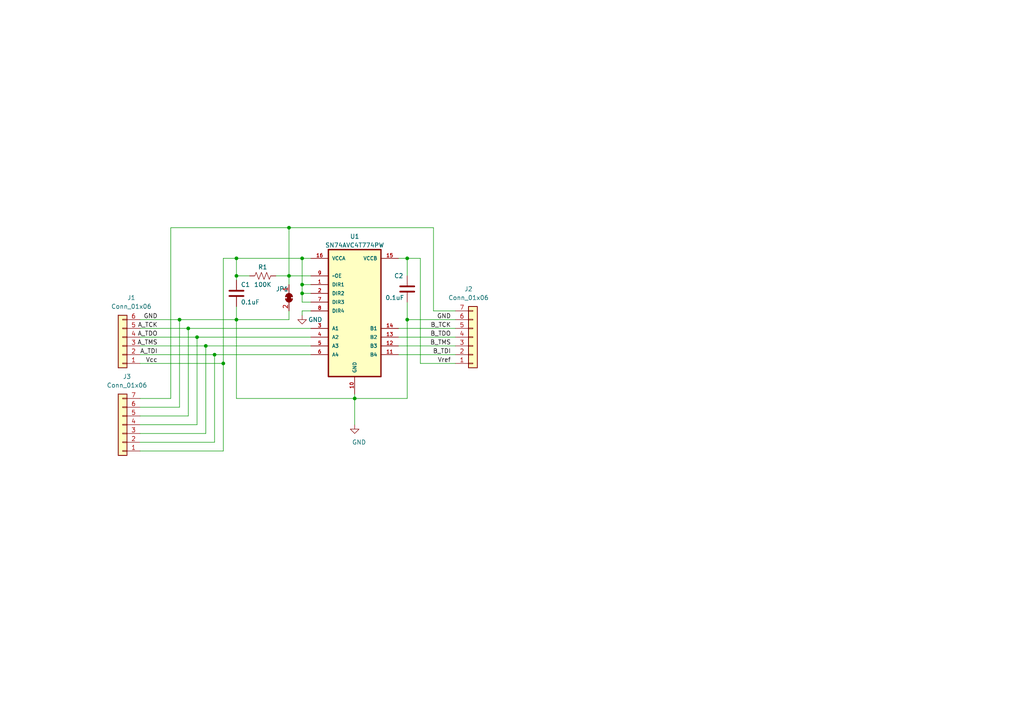
<source format=kicad_sch>
(kicad_sch (version 20210621) (generator eeschema)
  (paper "A4")
  (lib_symbols
    (symbol "Connector_Generic:Conn_01x06" (pin_names (offset 1.016) hide)
      (property "Reference" "J" (at 0 7.62 0))
      (property "Value" "Conn_01x06" (at 0 -10.16 0))
      (symbol "Conn_01x06_1_1"
        (rectangle (start -1.27 -7.493) (end 0 -7.747) (stroke (width 0.1524)))
        (rectangle (start -1.27 -4.953) (end 0 -5.207) (stroke (width 0.1524)))
        (rectangle (start -1.27 -2.413) (end 0 -2.667) (stroke (width 0.1524)))
        (rectangle (start -1.27 0.127) (end 0 -0.127) (stroke (width 0.1524)))
        (rectangle (start -1.27 2.667) (end 0 2.413) (stroke (width 0.1524)))
        (rectangle (start -1.27 5.207) (end 0 4.953) (stroke (width 0.1524)))
        (rectangle (start -1.27 6.35) (end 1.27 -8.89) (stroke (width 0.254)) (fill (type background)))
        (pin passive line (at -5.08 5.08 0) (length 3.81) (name "Pin_1") (number "1"))
        (pin passive line (at -5.08 2.54 0) (length 3.81) (name "Pin_2") (number "2"))
        (pin passive line (at -5.08 0 0) (length 3.81) (name "Pin_3") (number "3"))
        (pin passive line (at -5.08 -2.54 0) (length 3.81) (name "Pin_4") (number "4"))
        (pin passive line (at -5.08 -5.08 0) (length 3.81) (name "Pin_5") (number "5"))
        (pin passive line (at -5.08 -7.62 0) (length 3.81) (name "Pin_6") (number "6"))
      )
    )
    (symbol "Connector_Generic:Conn_01x07" (pin_names (offset 1.016) hide)
      (property "Reference" "J" (at 0 10.16 0))
      (property "Value" "Conn_01x07" (at 0 -10.16 0))
      (symbol "Conn_01x07_1_1"
        (rectangle (start -1.27 -7.493) (end 0 -7.747) (stroke (width 0.1524)))
        (rectangle (start -1.27 -4.953) (end 0 -5.207) (stroke (width 0.1524)))
        (rectangle (start -1.27 -2.413) (end 0 -2.667) (stroke (width 0.1524)))
        (rectangle (start -1.27 0.127) (end 0 -0.127) (stroke (width 0.1524)))
        (rectangle (start -1.27 2.667) (end 0 2.413) (stroke (width 0.1524)))
        (rectangle (start -1.27 5.207) (end 0 4.953) (stroke (width 0.1524)))
        (rectangle (start -1.27 7.747) (end 0 7.493) (stroke (width 0.1524)))
        (rectangle (start -1.27 8.89) (end 1.27 -8.89) (stroke (width 0.254)) (fill (type background)))
        (pin passive line (at -5.08 7.62 0) (length 3.81) (name "Pin_1") (number "1"))
        (pin passive line (at -5.08 5.08 0) (length 3.81) (name "Pin_2") (number "2"))
        (pin passive line (at -5.08 2.54 0) (length 3.81) (name "Pin_3") (number "3"))
        (pin passive line (at -5.08 0 0) (length 3.81) (name "Pin_4") (number "4"))
        (pin passive line (at -5.08 -2.54 0) (length 3.81) (name "Pin_5") (number "5"))
        (pin passive line (at -5.08 -5.08 0) (length 3.81) (name "Pin_6") (number "6"))
        (pin passive line (at -5.08 -7.62 0) (length 3.81) (name "Pin_7") (number "7"))
      )
    )
    (symbol "Device:C" (pin_numbers hide) (pin_names (offset 0.254))
      (property "Reference" "C" (at 0.635 2.54 0))
      (property "Value" "C" (at 0.635 -2.54 0))
      (symbol "C_0_1"
        (polyline (pts (xy -2.032 -0.762) (xy 2.032 -0.762)) (stroke (width 0.508)))
        (polyline (pts (xy -2.032 0.762) (xy 2.032 0.762)) (stroke (width 0.508)))
      )
      (symbol "C_1_1"
        (pin passive line (at 0 3.81 270) (length 2.794) (name "~") (number "1"))
        (pin passive line (at 0 -3.81 90) (length 2.794) (name "~") (number "2"))
      )
    )
    (symbol "Device:R_US" (pin_numbers hide) (pin_names (offset 0))
      (property "Reference" "R" (at 2.54 0 90))
      (property "Value" "R_US" (at -2.54 0 90))
      (symbol "R_US_0_1"
        (polyline (pts (xy 0 -2.286) (xy 0 -2.54)))
        (polyline (pts (xy 0 2.286) (xy 0 2.54)))
        (polyline (pts (xy 0 -0.762) (xy 1.016 -1.143) (xy 0 -1.524) (xy -1.016 -1.905) (xy 0 -2.286)))
        (polyline (pts (xy 0 0.762) (xy 1.016 0.381) (xy 0 0) (xy -1.016 -0.381) (xy 0 -0.762)))
        (polyline (pts (xy 0 2.286) (xy 1.016 1.905) (xy 0 1.524) (xy -1.016 1.143) (xy 0 0.762)))
      )
      (symbol "R_US_1_1"
        (pin passive line (at 0 3.81 270) (length 1.27) (name "~") (number "1"))
        (pin passive line (at 0 -3.81 90) (length 1.27) (name "~") (number "2"))
      )
    )
    (symbol "Jumper:SolderJumper_2_Bridged" (pin_names (offset 0) hide)
      (property "Reference" "JP" (at 0 2.032 0))
      (property "Value" "SolderJumper_2_Bridged" (at 0 -2.54 0))
      (symbol "SolderJumper_2_Bridged_0_1"
        (arc (start -0.254 1.016) (end -0.254 -1.016) (radius (at -0.254 0) (length 1.016) (angles 90.1 -90.1)))
        (arc (start 0.254 -1.016) (end 0.254 1.016) (radius (at 0.254 0) (length 1.016) (angles -89.9 89.9)))
        (arc (start -0.254 1.016) (end -0.254 -1.016) (radius (at -0.254 0) (length 1.016) (angles 90.1 -90.1)) (fill (type outline)))
        (arc (start 0.254 -1.016) (end 0.254 1.016) (radius (at 0.254 0) (length 1.016) (angles -89.9 89.9)) (fill (type outline)))
        (rectangle (start -0.508 0.508) (end 0.508 -0.508) (fill (type outline)))
        (polyline (pts (xy -0.254 1.016) (xy -0.254 -1.016)))
        (polyline (pts (xy 0.254 1.016) (xy 0.254 -1.016)))
      )
      (symbol "SolderJumper_2_Bridged_1_1"
        (pin passive line (at -3.81 0 0) (length 2.54) (name "A") (number "1"))
        (pin passive line (at 3.81 0 180) (length 2.54) (name "B") (number "2"))
      )
    )
    (symbol "SN74AVC4T774PW:SN74AVC4T774PW" (pin_names (offset 1.016))
      (property "Reference" "U" (at -7.62 23.8506 0))
      (property "Value" "SN74AVC4T774PW" (at 2.54 -15.24 0))
      (symbol "SN74AVC4T774PW_0_0"
        (rectangle (start -7.62 25.4) (end 7.62 -11.43) (stroke (width 0.4064)) (fill (type background)))
        (pin input line (at -12.7 15.24 0) (length 5.08) (name "DIR1") (number "1"))
        (pin power_in line (at 0 -16.51 90) (length 5.08) (name "GND") (number "10"))
        (pin bidirectional line (at 12.7 -5.08 180) (length 5.08) (name "B4") (number "11"))
        (pin bidirectional line (at 12.7 -2.54 180) (length 5.08) (name "B3") (number "12"))
        (pin bidirectional line (at 12.7 0 180) (length 5.08) (name "B2") (number "13"))
        (pin bidirectional line (at 12.7 2.54 180) (length 5.08) (name "B1") (number "14"))
        (pin power_in line (at 12.7 22.86 180) (length 5.08) (name "VCCB") (number "15"))
        (pin power_in line (at -12.7 22.86 0) (length 5.08) (name "VCCA") (number "16"))
        (pin input line (at -12.7 12.7 0) (length 5.08) (name "DIR2") (number "2"))
        (pin bidirectional line (at -12.7 2.54 0) (length 5.08) (name "A1") (number "3"))
        (pin bidirectional line (at -12.7 0 0) (length 5.08) (name "A2") (number "4"))
        (pin bidirectional line (at -12.7 -2.54 0) (length 5.08) (name "A3") (number "5"))
        (pin bidirectional line (at -12.7 -5.08 0) (length 5.08) (name "A4") (number "6"))
        (pin input line (at -12.7 10.16 0) (length 5.08) (name "DIR3") (number "7"))
        (pin input line (at -12.7 7.62 0) (length 5.08) (name "DIR4") (number "8"))
        (pin input line (at -12.7 17.78 0) (length 5.08) (name "~OE") (number "9"))
      )
    )
    (symbol "power:GND" (power) (pin_names (offset 0))
      (property "Value" "GND" (at 0 -3.81 0))
      (symbol "GND_0_1"
        (polyline (pts (xy 0 0) (xy 0 -1.27) (xy 1.27 -1.27) (xy 0 -2.54) (xy -1.27 -1.27) (xy 0 -1.27)))
      )
      (symbol "GND_1_1"
        (pin power_in line (at 0 0 270) (length 0) hide (name "GND") (number "1"))
      )
    )
  )
  (junction (at 52.07 92.71) (diameter 0.9144))
  (junction (at 54.61 95.25) (diameter 0.9144))
  (junction (at 57.15 97.79) (diameter 0.9144))
  (junction (at 59.69 100.33) (diameter 0.9144))
  (junction (at 62.23 102.87) (diameter 0.9144))
  (junction (at 64.77 105.41) (diameter 0.9144))
  (junction (at 68.58 74.93) (diameter 0.9144))
  (junction (at 68.58 80.01) (diameter 0.9144))
  (junction (at 68.58 92.71) (diameter 0.9144))
  (junction (at 83.82 66.04) (diameter 0.9144))
  (junction (at 83.82 80.01) (diameter 0.9144))
  (junction (at 87.63 74.93) (diameter 0.9144))
  (junction (at 87.63 82.55) (diameter 0.9144))
  (junction (at 87.63 85.09) (diameter 0.9144))
  (junction (at 102.87 115.57) (diameter 0.9144))
  (junction (at 118.11 74.93) (diameter 0.9144))
  (junction (at 118.11 92.71) (diameter 0.9144))
  (wire (pts (xy 40.64 92.71) (xy 52.07 92.71)))
  (wire (pts (xy 40.64 95.25) (xy 54.61 95.25)))
  (wire (pts (xy 40.64 97.79) (xy 57.15 97.79)))
  (wire (pts (xy 40.64 100.33) (xy 59.69 100.33)))
  (wire (pts (xy 40.64 102.87) (xy 62.23 102.87)))
  (wire (pts (xy 40.64 105.41) (xy 64.77 105.41)))
  (wire (pts (xy 40.64 115.57) (xy 49.53 115.57)))
  (wire (pts (xy 40.64 118.11) (xy 52.07 118.11)))
  (wire (pts (xy 40.64 120.65) (xy 54.61 120.65)))
  (wire (pts (xy 40.64 123.19) (xy 57.15 123.19)))
  (wire (pts (xy 40.64 125.73) (xy 59.69 125.73)))
  (wire (pts (xy 40.64 128.27) (xy 62.23 128.27)))
  (wire (pts (xy 40.64 130.81) (xy 64.77 130.81)))
  (wire (pts (xy 49.53 66.04) (xy 83.82 66.04)))
  (wire (pts (xy 49.53 115.57) (xy 49.53 66.04)))
  (wire (pts (xy 52.07 92.71) (xy 68.58 92.71)))
  (wire (pts (xy 52.07 118.11) (xy 52.07 92.71)))
  (wire (pts (xy 54.61 95.25) (xy 90.17 95.25)))
  (wire (pts (xy 54.61 120.65) (xy 54.61 95.25)))
  (wire (pts (xy 57.15 97.79) (xy 90.17 97.79)))
  (wire (pts (xy 57.15 123.19) (xy 57.15 97.79)))
  (wire (pts (xy 59.69 100.33) (xy 90.17 100.33)))
  (wire (pts (xy 59.69 125.73) (xy 59.69 100.33)))
  (wire (pts (xy 62.23 102.87) (xy 90.17 102.87)))
  (wire (pts (xy 62.23 128.27) (xy 62.23 102.87)))
  (wire (pts (xy 64.77 74.93) (xy 68.58 74.93)))
  (wire (pts (xy 64.77 105.41) (xy 64.77 74.93)))
  (wire (pts (xy 64.77 130.81) (xy 64.77 105.41)))
  (wire (pts (xy 68.58 74.93) (xy 68.58 80.01)))
  (wire (pts (xy 68.58 74.93) (xy 87.63 74.93)))
  (wire (pts (xy 68.58 80.01) (xy 68.58 81.28)))
  (wire (pts (xy 68.58 80.01) (xy 72.39 80.01)))
  (wire (pts (xy 68.58 88.9) (xy 68.58 92.71)))
  (wire (pts (xy 68.58 92.71) (xy 68.58 115.57)))
  (wire (pts (xy 68.58 92.71) (xy 83.82 92.71)))
  (wire (pts (xy 68.58 115.57) (xy 102.87 115.57)))
  (wire (pts (xy 80.01 80.01) (xy 83.82 80.01)))
  (wire (pts (xy 83.82 66.04) (xy 83.82 80.01)))
  (wire (pts (xy 83.82 66.04) (xy 125.73 66.04)))
  (wire (pts (xy 83.82 80.01) (xy 90.17 80.01)))
  (wire (pts (xy 83.82 82.55) (xy 83.82 80.01)))
  (wire (pts (xy 83.82 92.71) (xy 83.82 90.17)))
  (wire (pts (xy 87.63 74.93) (xy 87.63 82.55)))
  (wire (pts (xy 87.63 74.93) (xy 90.17 74.93)))
  (wire (pts (xy 87.63 82.55) (xy 87.63 85.09)))
  (wire (pts (xy 87.63 82.55) (xy 90.17 82.55)))
  (wire (pts (xy 87.63 85.09) (xy 87.63 87.63)))
  (wire (pts (xy 87.63 85.09) (xy 90.17 85.09)))
  (wire (pts (xy 87.63 87.63) (xy 90.17 87.63)))
  (wire (pts (xy 87.63 90.17) (xy 87.63 91.44)))
  (wire (pts (xy 90.17 90.17) (xy 87.63 90.17)))
  (wire (pts (xy 102.87 114.3) (xy 102.87 115.57)))
  (wire (pts (xy 102.87 115.57) (xy 102.87 123.19)))
  (wire (pts (xy 102.87 115.57) (xy 118.11 115.57)))
  (wire (pts (xy 115.57 74.93) (xy 118.11 74.93)))
  (wire (pts (xy 115.57 95.25) (xy 132.08 95.25)))
  (wire (pts (xy 115.57 97.79) (xy 132.08 97.79)))
  (wire (pts (xy 115.57 100.33) (xy 132.08 100.33)))
  (wire (pts (xy 115.57 102.87) (xy 132.08 102.87)))
  (wire (pts (xy 118.11 74.93) (xy 118.11 80.01)))
  (wire (pts (xy 118.11 74.93) (xy 121.92 74.93)))
  (wire (pts (xy 118.11 87.63) (xy 118.11 92.71)))
  (wire (pts (xy 118.11 92.71) (xy 118.11 115.57)))
  (wire (pts (xy 118.11 92.71) (xy 132.08 92.71)))
  (wire (pts (xy 121.92 105.41) (xy 121.92 74.93)))
  (wire (pts (xy 121.92 105.41) (xy 132.08 105.41)))
  (wire (pts (xy 125.73 66.04) (xy 125.73 90.17)))
  (wire (pts (xy 125.73 90.17) (xy 132.08 90.17)))
  (label "GND" (at 45.72 92.71 180))
  (label "A_TCK" (at 45.72 95.25 180))
  (label "A_TDO" (at 45.72 97.79 180))
  (label "A_TMS" (at 45.72 100.33 180))
  (label "A_TDI" (at 45.72 102.87 180))
  (label "Vcc" (at 45.72 105.41 180))
  (label "GND" (at 130.81 92.71 180))
  (label "B_TCK" (at 130.81 95.25 180))
  (label "B_TDO" (at 130.81 97.79 180))
  (label "B_TMS" (at 130.81 100.33 180))
  (label "B_TDI" (at 130.81 102.87 180))
  (label "Vref" (at 130.81 105.41 180))
  (symbol (lib_id "power:GND") (at 87.63 91.44 0) (unit 1)
    (property "Reference" "#PWR02" (effects hide))
    (property "Value" "GND" (at 91.44 92.71 0))
  )
  (symbol (lib_id "power:GND") (at 102.87 123.19 0) (unit 1)
    (property "Reference" "#PWR01" (effects hide))
    (property "Value" "GND" (at 104.14 128.27 0))
  )
  (symbol (lib_id "Device:R_US") (at 76.2 80.01 90) (unit 1)
    (property "Reference" "R1" (at 76.2 77.47 90))
    (property "Value" "100K" (at 76.2 82.55 90))
    (property "Footprint" "Resistor_SMD:R_0805_2012Metric_Pad1.20x1.40mm_HandSolder" (effects hide))
  )
  (symbol (lib_id "Jumper:SolderJumper_2_Bridged") (at 83.82 86.36 270) (unit 1)
    (property "Reference" "JP1" (at 80.01 83.82 90) (effects (justify left)))
    (property "Value" "SolderJumper_2_Bridged" (effects hide))
    (property "Footprint" "Jumper:SolderJumper-2_P1.3mm_Bridged_Pad1.0x1.5mm" (effects hide))
  )
  (symbol (lib_id "Device:C") (at 68.58 85.09 0) (unit 1)
    (property "Reference" "C1" (at 69.85 82.55 0) (effects (justify left)))
    (property "Value" "0.1uF" (at 69.85 87.63 0) (effects (justify left)))
    (property "Footprint" "Capacitor_SMD:C_0805_2012Metric" (effects hide))
  )
  (symbol (lib_id "Device:C") (at 118.11 83.82 0) (unit 1)
    (property "Reference" "C2" (at 114.3 80.01 0) (effects (justify left)))
    (property "Value" "0.1uF" (at 111.76 86.36 0) (effects (justify left)))
    (property "Footprint" "Capacitor_SMD:C_0805_2012Metric" (effects hide))
  )
  (symbol (lib_id "Connector_Generic:Conn_01x06") (at 35.56 100.33 180) (unit 1)
    (property "Reference" "J1" (at 38.1 86.36 0))
    (property "Value" "Conn_01x06" (at 38.1 88.9 0))
    (property "Footprint" "Connector_PinSocket_1.27mm:PinSocket_1x06_P1.27mm_Vertical" (effects hide))
  )
  (symbol (lib_id "Connector_Generic:Conn_01x07") (at 35.56 123.19 180) (unit 1)
    (property "Reference" "J3" (at 36.83 109.22 0))
    (property "Value" "Conn_01x06" (at 36.83 111.76 0))
    (property "Footprint" "Connector_PinHeader_2.54mm:PinHeader_1x07_P2.54mm_Vertical" (effects hide))
  )
  (symbol (lib_id "Connector_Generic:Conn_01x07") (at 137.16 97.79 0) (mirror x) (unit 1)
    (property "Reference" "J2" (at 135.89 83.82 0))
    (property "Value" "Conn_01x06" (at 135.89 86.36 0))
    (property "Footprint" "Connector_PinHeader_2.54mm:PinHeader_1x07_P2.54mm_Vertical" (effects hide))
  )
  (symbol (lib_id "SN74AVC4T774PW:SN74AVC4T774PW") (at 102.87 97.79 0) (unit 1)
    (property "Reference" "U1" (at 102.87 68.58 0))
    (property "Value" "SN74AVC4T774PW" (at 102.87 71.12 0))
    (property "Footprint" "SOP65P640X120-16N" (effects hide))
  )
)
</source>
